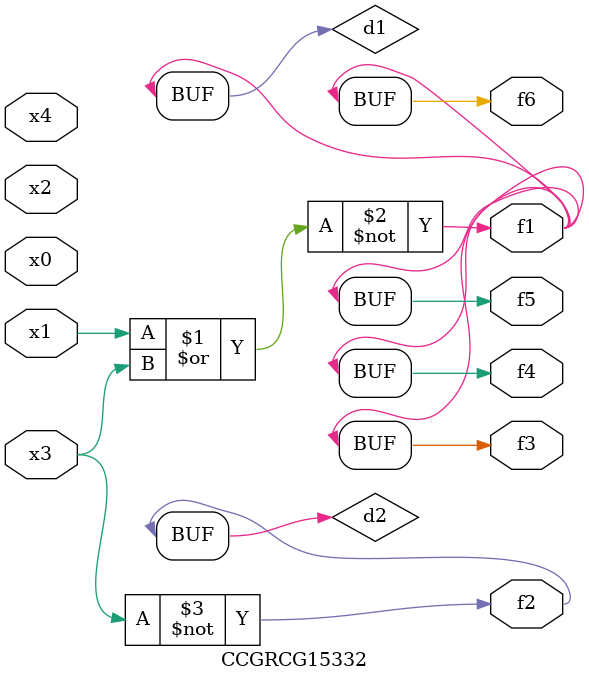
<source format=v>
module CCGRCG15332(
	input x0, x1, x2, x3, x4,
	output f1, f2, f3, f4, f5, f6
);

	wire d1, d2;

	nor (d1, x1, x3);
	not (d2, x3);
	assign f1 = d1;
	assign f2 = d2;
	assign f3 = d1;
	assign f4 = d1;
	assign f5 = d1;
	assign f6 = d1;
endmodule

</source>
